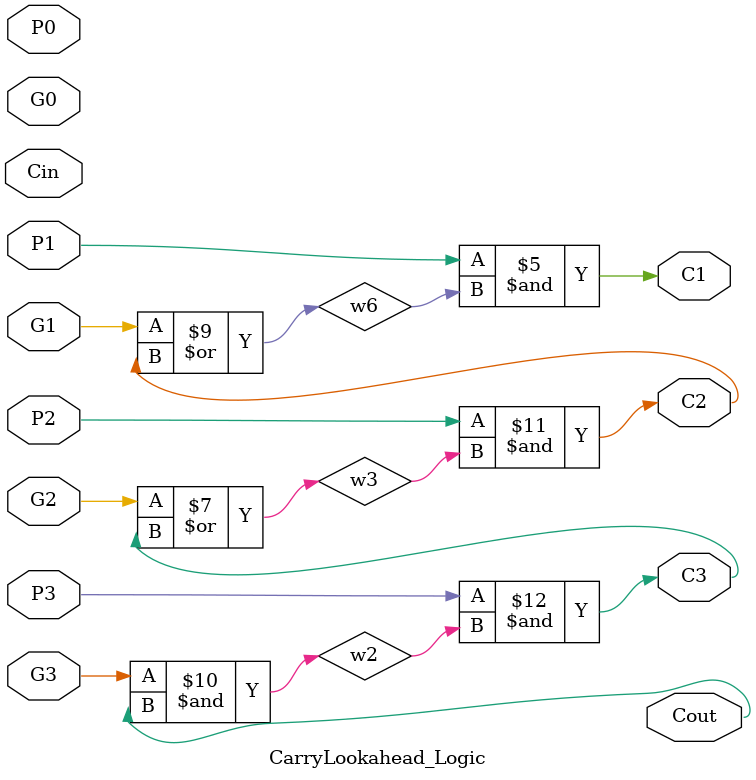
<source format=v>

module CarryLookahead_Logic(C3, P0, Cout, G0, P3, G1, P1, P2, C2, C1, G3, Cin, G2);
//: interface  /sz:(328, 96) /bd:[ Ti0>G0(286/328) Ti1>P0(267/328) Ti2>G1(210/328) Ti3>P1(189/328) Ti4>G2(139/328) Ti5>P2(117/328) Ti6>G3(55/328) Ti7>P3(28/328) Ri0>Cin(46/96) To0<C3(86/328) To1<C2(159/328) To2<C1(228/328) Lo0<Cout(39/96) ]
input G2;    //: /sn:0 {0}(49,313)(536,313)(536,263)(556,263){1}
input P1;    //: /sn:0 {0}(53,230)(304,230)(304,164)(324,164){1}
output C3;    //: /sn:0 /dp:1 {0}(577,261)(584,261)(584,278)(600,278){1}
//: {2}(604,278)(618,278)(618,269)(622,269){3}
//: {4}(602,280)(602,302)(620,302){5}
input G0;    //: /sn:0 {0}(72,169)(250,169)(250,95)(270,95){1}
output C2;    //: /sn:0 /dp:1 {0}(410,168)(423,168)(423,178)(429,178){1}
//: {2}(433,178)(454,178)(454,177)(456,177){3}
//: {4}(431,180)(431,218)(488,218){5}
input Cin;    //: /sn:0 /dp:1 {0}(200,84)(173,84)(173,65)(85,65){1}
input P3;    //: /sn:0 {0}(40,343)(54,343)(54,307)(620,307){1}
input G1;    //: /sn:0 {0}(51,249)(369,249)(369,170)(389,170){1}
output Cout;    //: /sn:0 /dp:1 {0}(712,334)(742,334)(742,333)(758,333){1}
input G3;    //: /sn:0 {0}(30,372)(681,372)(681,336)(691,336){1}
output C1;    //: /sn:0 /dp:1 {0}(291,93)(303,93)(303,119){1}
//: {2}(305,121)(315,121)(315,159)(324,159){3}
//: {4}(303,123)(303,125)(352,125){5}
input P0;    //: /sn:0 /dp:1 {0}(200,89)(165,89)(165,77)(155,77)(155,145)(72,145){1}
input P2;    //: /sn:0 /dp:1 {0}(488,223)(463,223)(463,272)(453,272)(453,284)(50,284){1}
wire w6;    //: /sn:0 {0}(345,162)(379,162)(379,165)(389,165){1}
wire w3;    //: /sn:0 {0}(509,221)(519,221)(519,258)(556,258){1}
wire w2;    //: /sn:0 {0}(641,305)(651,305)(651,319){1}
//: {2}(653,321)(683,321)(683,331)(691,331){3}
//: {4}(649,321)(625,321){5}
wire w5;    //: /sn:0 {0}(221,87)(260,87)(260,90)(270,90){1}
//: enddecls

  and g8 (.I0(C1), .I1(P1), .Z(w6));   //: @(335,162) /sn:0 /delay:" 1" /w:[ 3 1 0 ]
  or g4 (.I0(w5), .I1(G0), .Z(C1));   //: @(281,93) /sn:0 /delay:" 1" /w:[ 1 1 0 ]
  or g16 (.I0(w3), .I1(G2), .Z(C3));   //: @(567,261) /sn:0 /delay:" 1" /w:[ 1 1 0 ]
  and g3 (.I0(Cin), .I1(P0), .Z(w5));   //: @(211,87) /sn:0 /delay:" 1" /w:[ 0 0 0 ]
  //: output g17 (C3) @(619,269) /sn:0 /w:[ 3 ]
  //: input g2 (P0) @(70,145) /sn:0 /w:[ 1 ]
  //: output g23 (Cout) @(755,333) /sn:0 /w:[ 1 ]
  //: joint g24 (w2) @(651, 321) /w:[ 2 1 4 -1 ]
  //: input g1 (G0) @(70,169) /sn:0 /w:[ 0 ]
  //: input g18 (P3) @(38,343) /sn:0 /w:[ 0 ]
  or g10 (.I0(w6), .I1(G1), .Z(C2));   //: @(400,168) /sn:0 /delay:" 1" /w:[ 1 1 0 ]
  //: input g6 (G1) @(49,249) /sn:0 /w:[ 0 ]
  //: joint g9 (C1) @(303, 121) /w:[ 2 1 -1 4 ]
  //: input g7 (P1) @(51,230) /sn:0 /w:[ 0 ]
  and g22 (.I0(w2), .I1(G3), .Z(Cout));   //: @(702,334) /sn:0 /delay:" 1" /w:[ 3 1 0 ]
  //: input g12 (P2) @(48,284) /sn:0 /w:[ 1 ]
  and g14 (.I0(C2), .I1(P2), .Z(w3));   //: @(499,221) /sn:0 /delay:" 1" /w:[ 5 0 0 ]
  //: output g11 (C2) @(453,177) /sn:0 /w:[ 3 ]
  //: output g5 (C1) @(349,125) /sn:0 /w:[ 5 ]
  //: joint g21 (C3) @(602, 278) /w:[ 2 -1 1 4 ]
  //: input g19 (G3) @(28,372) /sn:0 /w:[ 0 ]
  and g20 (.I0(C3), .I1(P3), .Z(w2));   //: @(631,305) /sn:0 /delay:" 1" /w:[ 5 1 0 ]
  //: joint g15 (C2) @(431, 178) /w:[ 2 -1 1 4 ]
  //: input g0 (Cin) @(83,65) /sn:0 /w:[ 1 ]
  //: input g13 (G2) @(47,313) /sn:0 /w:[ 0 ]

endmodule

module PFA_v1(C, B, P, S, A, G);
//: interface  /sz:(126, 115) /bd:[ Ti0>A(21/126) Ti1>B(82/126) Ri0>C(56/115) Bo0<S(99/126) Bo1<P(11/126) Bo2<G(56/126) ]
input B;    //: /sn:0 {0}(144,200)(161,200){1}
//: {2}(165,200)(202,200)(202,177)(210,177){3}
//: {4}(163,202)(163,320){5}
//: {6}(165,322)(231,322){7}
//: {8}(163,324)(163,361)(240,361){9}
input A;    //: /sn:0 {0}(151,147)(178,147){1}
//: {2}(182,147)(202,147)(202,172)(210,172){3}
//: {4}(180,149)(180,317)(188,317){5}
//: {6}(192,317)(231,317){7}
//: {8}(190,319)(190,356)(240,356){9}
output G;    //: /sn:0 /dp:1 {0}(261,359)(337,359)(337,385)(346,385){1}
input C;    //: /sn:0 {0}(149,271)(266,271)(266,186)(276,186){1}
output P;    //: /sn:0 /dp:1 {0}(252,320)(312,320)(312,319)(322,319){1}
output S;    //: /sn:0 /dp:1 {0}(297,184)(394,184)(394,198)(406,198){1}
wire w2;    //: /sn:0 {0}(231,175)(267,175)(267,181)(276,181){1}
//: enddecls

  xor g4 (.I0(w2), .I1(C), .Z(S));   //: @(287,184) /sn:0 /delay:" 2" /w:[ 1 1 0 ]
  //: joint g8 (B) @(163, 200) /w:[ 2 -1 1 4 ]
  xor g3 (.I0(A), .I1(B), .Z(w2));   //: @(221,175) /sn:0 /delay:" 2" /w:[ 3 3 0 ]
  //: input g2 (C) @(147,271) /sn:0 /w:[ 0 ]
  //: input g1 (B) @(142,200) /sn:0 /w:[ 0 ]
  and g10 (.I0(A), .I1(B), .Z(G));   //: @(251,359) /sn:0 /delay:" 1" /w:[ 9 9 0 ]
  or g6 (.I0(A), .I1(B), .Z(P));   //: @(242,320) /sn:0 /delay:" 1" /w:[ 7 7 0 ]
  //: joint g7 (A) @(180, 147) /w:[ 2 -1 1 4 ]
  //: output g9 (P) @(319,319) /sn:0 /w:[ 1 ]
  //: joint g12 (A) @(190, 317) /w:[ 6 -1 5 8 ]
  //: output g5 (S) @(403,198) /sn:0 /w:[ 1 ]
  //: joint g11 (B) @(163, 322) /w:[ 6 5 -1 8 ]
  //: input g0 (A) @(149,147) /sn:0 /w:[ 0 ]
  //: output g13 (G) @(343,385) /sn:0 /w:[ 1 ]

endmodule

module main;    //: root_module
wire w13;    //: /sn:0 {0}(-477,460)(-477,508){1}
//: {2}(-475,510)(-459,510)(-459,497){3}
//: {4}(-477,512)(-477,519)(-487,519)(-487,559){5}
wire w6;    //: /sn:0 {0}(-276,458)(-276,510)(-335,510)(-335,529){1}
//: {2}(-333,531)(-310,531)(-310,543)(-295,543)(-295,533){3}
//: {4}(-335,533)(-335,559){5}
wire w16;    //: /sn:0 {0}(196,256)(196,322){1}
//: {2}(198,324)(228,324)(228,322){3}
//: {4}(196,326)(196,347)(219,347)(219,355){5}
wire w65;    //: /sn:0 {0}(-1391,442)(-1300,442)(-1300,550){1}
wire w58;    //: /sn:0 {0}(-1582,766)(-1582,598)(-1583,598){1}
//: {2}(-1585,596)(-1585,586)(-1591,586)(-1591,553){3}
//: {4}(-1587,598)(-1602,598){5}
wire w7;    //: /sn:0 {0}(-856,599)(-903,599)(-903,603)(-1013,603){1}
//: {2}(-1017,603)(-1053,603)(-1053,605)(-1061,605){3}
//: {4}(-1015,605)(-1015,813)(-1109,813){5}
wire w88;    //: /sn:0 {0}(-2292,877)(-2292,921)(-2272,921)(-2272,911){1}
wire w50;    //: /sn:0 {0}(-1170,665)(-1170,717)(-1229,717)(-1229,736){1}
//: {2}(-1227,738)(-1204,738)(-1204,750)(-1189,750)(-1189,740){3}
//: {4}(-1229,740)(-1229,766){5}
wire w34;    //: /sn:0 {0}(301,355)(301,327)(334,327)(334,196)(326,196){1}
//: {2}(324,194)(324,184)(323,184)(323,173){3}
//: {4}(322,196)(312,196){5}
wire w81;    //: /sn:0 {0}(-2417,976)(-2417,808)(-2418,808){1}
//: {2}(-2420,806)(-2420,796)(-2426,796)(-2426,763){3}
//: {4}(-2422,808)(-2437,808){5}
wire w59;    //: /sn:0 {0}(-1440,766)(-1440,738)(-1407,738)(-1407,607)(-1415,607){1}
//: {2}(-1417,605)(-1417,595)(-1418,595)(-1418,584){3}
//: {4}(-1419,607)(-1429,607){5}
wire w72;    //: /sn:0 {0}(-1719,476)(-1708,476)(-1708,541){1}
wire w62;    //: /sn:0 {0}(-1189,443)(-1106,443)(-1106,548){1}
wire w39;    //: /sn:0 {0}(-411,559)(-411,524)(-343,524)(-343,402){1}
//: {2}(-343,398)(-343,388)(-349,388)(-349,358){3}
//: {4}(-345,400)(-361,400){5}
wire w4;    //: /sn:0 {0}(571,254)(571,306)(512,306)(512,325){1}
//: {2}(514,327)(537,327)(537,339)(552,339)(552,329){3}
//: {4}(512,329)(512,355){5}
wire w25;    //: /sn:0 {0}(552,72)(574,72)(574,137){1}
wire w56;    //: /sn:0 {0}(-1718,658)(-1718,704){1}
//: {2}(-1716,706)(-1692,706)(-1692,699){3}
//: {4}(-1718,708)(-1718,758)(-1695,758)(-1695,766){5}
wire w82;    //: /sn:0 {0}(-2465,868)(-2465,916)(-2449,916)(-2449,906){1}
wire w36;    //: /sn:0 {0}(-215,606)(-121,606)(-121,398){1}
//: {2}(-119,396)(-30,396)(-30,395)(-9,395){3}
//: {4}(-123,396)(-159,396)(-159,398)(-167,398){5}
wire w3;    //: /sn:0 {0}(609,254)(609,287)(607,287)(607,320){1}
//: {2}(609,322)(675,322)(675,356)(691,356)(691,346){3}
//: {4}(607,324)(607,347)(549,347)(549,355){5}
wire w22;    //: /sn:0 {0}(23,247)(23,293){1}
//: {2}(25,295)(49,295)(49,288){3}
//: {4}(23,297)(23,347)(46,347)(46,355){5}
wire w0;    //: /sn:0 /dp:1 {0}(439,289)(439,299)(458,299)(458,256){1}
wire w60;    //: /sn:0 {0}(-1305,766)(-1305,731)(-1237,731)(-1237,609){1}
//: {2}(-1237,605)(-1237,595)(-1243,595)(-1243,565){3}
//: {4}(-1239,607)(-1255,607){5}
wire w20;    //: /sn:0 {0}(372,67)(380,67)(380,139){1}
wire w71;    //: /sn:0 {0}(-1369,478)(-1361,478)(-1361,550){1}
wire w30;    //: /sn:0 {0}(-824,451)(-824,497){1}
//: {2}(-822,499)(-798,499)(-798,492){3}
//: {4}(-824,501)(-824,551)(-801,551)(-801,559){5}
wire w29;    //: /sn:0 {0}(-779,451)(-779,530){1}
//: {2}(-777,532)(-743,532)(-743,518){3}
//: {4}(-779,534)(-779,551)(-748,551)(-748,559){5}
wire w42;    //: /sn:0 {0}(-601,270)(-580,270)(-580,343){1}
wire w37;    //: /sn:0 {0}(-688,559)(-688,391)(-689,391){1}
//: {2}(-691,389)(-691,379)(-697,379)(-697,346){3}
//: {4}(-693,391)(-708,391){5}
wire w73;    //: /sn:0 {0}(-1630,658)(-1630,706)(-1614,706)(-1614,696){1}
wire w66;    //: /sn:0 {0}(-1556,496)(-1535,496)(-1535,550){1}
wire w12;    //: /sn:0 {0}(-432,460)(-432,503)(-446,503)(-446,538){1}
//: {2}(-444,540)(-438,540)(-438,553)(-423,553)(-423,543){3}
//: {4}(-446,542)(-446,559){5}
wire w18;    //: /sn:0 {0}(185,85)(206,85)(206,139){1}
wire w19;    //: /sn:0 {0}(246,66)(267,66)(267,139){1}
wire w63;    //: /sn:0 {0}(-1302,700)(-1302,710)(-1283,710)(-1283,667){1}
wire w10;    //: /sn:0 {0}(370,256)(370,304){1}
//: {2}(372,306)(388,306)(388,293){3}
//: {4}(370,308)(370,315)(360,315)(360,355){5}
wire w23;    //: /sn:0 {0}(111,247)(111,295)(127,295)(127,285){1}
wire w91;    //: /sn:0 {0}(-1967,875)(-1967,908)(-1969,908)(-1969,941){1}
//: {2}(-1967,943)(-1901,943)(-1901,977)(-1885,977)(-1885,967){3}
//: {4}(-1969,945)(-1969,968)(-2027,968)(-2027,976){5}
wire w84;    //: /sn:0 {0}(-2391,706)(-2370,706)(-2370,760){1}
wire w70;    //: /sn:0 {0}(-1678,393)(-1666,393)(-1666,438)(-1647,438)(-1647,541){1}
wire w54;    //: /sn:0 {0}(-1545,667)(-1545,733){1}
//: {2}(-1543,735)(-1513,735)(-1513,733){3}
//: {4}(-1545,737)(-1545,758)(-1522,758)(-1522,766){5}
wire w86;    //: /sn:0 {0}(-2330,687)(-2309,687)(-2309,760){1}
wire w21;    //: /sn:0 {0}(68,247)(68,326){1}
//: {2}(70,328)(104,328)(104,314){3}
//: {4}(68,330)(68,347)(99,347)(99,355){5}
wire w24;    //: /sn:0 {0}(350,31)(441,31)(441,139){1}
wire w31;    //: /sn:0 {0}(-1132,665)(-1132,698)(-1134,698)(-1134,731){1}
//: {2}(-1132,733)(-1066,733)(-1066,767)(-1050,767)(-1050,757){3}
//: {4}(-1134,735)(-1134,758)(-1192,758)(-1192,766){5}
wire w1;    //: /sn:0 /dp:1 {0}(639,295)(639,305)(652,305)(652,254){1}
wire w68;    //: /sn:0 {0}(-1457,667)(-1457,711)(-1437,711)(-1437,701){1}
wire w32;    //: /sn:0 {0}(632,402)(726,402)(726,194){1}
//: {2}(728,192)(785,192)(785,146)(773,146){3}
//: {4}(724,192)(688,192)(688,194)(680,194){5}
wire w53;    //: /sn:0 {0}(-1500,667)(-1500,708){1}
//: {2}(-1498,710)(-1484,710)(-1484,717)(-1469,717)(-1469,707){3}
//: {4}(-1500,712)(-1500,740)(-1479,740)(-1479,766){5}
wire w46;    //: /sn:0 {0}(-497,235)(-406,235)(-406,343){1}
wire w8;    //: /sn:0 {0}(22,65)(33,65)(33,130){1}
wire w95;    //: /sn:0 {0}(-2024,693)(-2002,693)(-2002,758){1}
wire w89;    //: /sn:0 {0}(-2335,877)(-2335,918){1}
//: {2}(-2333,920)(-2319,920)(-2319,927)(-2304,927)(-2304,917){3}
//: {4}(-2335,922)(-2335,950)(-2314,950)(-2314,976){5}
wire w52;    //: /sn:0 {0}(-1371,667)(-1371,715){1}
//: {2}(-1369,717)(-1353,717)(-1353,704){3}
//: {4}(-1371,719)(-1371,726)(-1381,726)(-1381,766){5}
wire w75;    //: /sn:0 {0}(-2226,652)(-2135,652)(-2135,760){1}
wire w44;    //: /sn:0 {0}(-408,493)(-408,503)(-389,503)(-389,460){1}
wire w27;    //: /sn:0 {0}(-606,460)(-606,501){1}
//: {2}(-604,503)(-590,503)(-590,510)(-575,510)(-575,500){3}
//: {4}(-606,505)(-606,533)(-585,533)(-585,559){5}
wire w17;    //: /sn:0 {0}(284,256)(284,300)(304,300)(304,290){1}
wire w80;    //: /sn:0 {0}(-2513,603)(-2501,603)(-2501,648)(-2482,648)(-2482,751){1}
wire w67;    //: /sn:0 {0}(-1495,477)(-1474,477)(-1474,550){1}
wire w28;    //: /sn:0 {0}(-651,460)(-651,526){1}
//: {2}(-649,528)(-619,528)(-619,526){3}
//: {4}(-651,530)(-651,551)(-628,551)(-628,559){5}
wire w33;    //: /sn:0 {0}(436,355)(436,320)(504,320)(504,198){1}
//: {2}(504,194)(504,184)(498,184)(498,154){3}
//: {4}(502,196)(486,196){5}
wire w35;    //: /sn:0 {0}(159,355)(159,187)(158,187){1}
//: {2}(156,185)(156,175)(150,175)(150,142){3}
//: {4}(154,187)(139,187){5}
wire w69;    //: /sn:0 {0}(-1102,706)(-1102,716)(-1089,716)(-1089,665){1}
wire w49;    //: /sn:0 {0}(-295,236)(-212,236)(-212,341){1}
wire w45;    //: /sn:0 {0}(-475,271)(-467,271)(-467,343){1}
wire w14;    //: /sn:0 {0}(75,27)(94,27)(94,130){1}
wire w78;    //: /sn:0 {0}(-2005,875)(-2005,927)(-2064,927)(-2064,946){1}
//: {2}(-2062,948)(-2039,948)(-2039,960)(-2024,960)(-2024,950){3}
//: {4}(-2064,950)(-2064,976){5}
wire w74;    //: /sn:0 {0}(-2140,976)(-2140,941)(-2072,941)(-2072,819){1}
//: {2}(-2072,815)(-2072,805)(-2078,805)(-2078,775){3}
//: {4}(-2074,817)(-2090,817){5}
wire w2;    //: /sn:0 {0}(-784,186)(-772,186)(-772,231)(-753,231)(-753,334){1}
wire w48;    //: /sn:0 {0}(-295,276)(-273,276)(-273,341){1}
wire w41;    //: /sn:0 {0}(-662,289)(-641,289)(-641,343){1}
wire w11;    //: /sn:0 {0}(-825,269)(-814,269)(-814,334){1}
wire w47;    //: /sn:0 {0}(-208,499)(-208,509)(-195,509)(-195,458){1}
wire w90;    //: /sn:0 {0}(-2204,688)(-2196,688)(-2196,760){1}
wire w85;    //: /sn:0 {0}(-2206,877)(-2206,925){1}
//: {2}(-2204,927)(-2188,927)(-2188,914){3}
//: {4}(-2206,929)(-2206,936)(-2216,936)(-2216,976){5}
wire w83;    //: /sn:0 {0}(-2508,868)(-2508,947){1}
//: {2}(-2506,949)(-2472,949)(-2472,935){3}
//: {4}(-2508,951)(-2508,968)(-2477,968)(-2477,976){5}
wire w15;    //: /sn:0 {0}(241,256)(241,297){1}
//: {2}(243,299)(257,299)(257,306)(272,306)(272,296){3}
//: {4}(241,301)(241,329)(262,329)(262,355){5}
wire w94;    //: /sn:0 {0}(-2618,1006)(-2618,1016)(-2585,1016){1}
wire w92;    //: /sn:0 {0}(-2161,877)(-2161,920)(-2175,920)(-2175,955){1}
//: {2}(-2173,957)(-2167,957)(-2167,970)(-2152,970)(-2152,960){3}
//: {4}(-2175,959)(-2175,976){5}
wire w61;    //: /sn:0 {0}(-1750,806)(-1760,806)(-1760,813)(-1848,813){1}
//: {2}(-1852,813)(-1888,813)(-1888,815)(-1896,815){3}
//: {4}(-1850,815)(-1850,1023)(-1944,1023){5}
wire w55;    //: /sn:0 {0}(-1673,658)(-1673,737){1}
//: {2}(-1671,739)(-1637,739)(-1637,725){3}
//: {4}(-1673,741)(-1673,758)(-1642,758)(-1642,766){5}
wire w38;    //: /sn:0 {0}(-546,559)(-546,531)(-513,531)(-513,400)(-521,400){1}
//: {2}(-523,398)(-523,388)(-524,388)(-524,377){3}
//: {4}(-525,400)(-535,400){5}
wire w5;    //: /sn:0 {0}(-238,458)(-238,491)(-240,491)(-240,524){1}
//: {2}(-238,526)(-172,526)(-172,560)(-156,560)(-156,550){3}
//: {4}(-240,528)(-240,551)(-298,551)(-298,559){5}
wire w87;    //: /sn:0 {0}(-2275,976)(-2275,948)(-2242,948)(-2242,817)(-2250,817){1}
//: {2}(-2252,815)(-2252,805)(-2253,805)(-2253,794){3}
//: {4}(-2254,817)(-2264,817){5}
wire w64;    //: /sn:0 {0}(-1189,483)(-1167,483)(-1167,548){1}
wire w43;    //: /sn:0 {0}(-563,460)(-563,504)(-543,504)(-543,494){1}
wire w97;    //: /sn:0 {0}(-2137,910)(-2137,920)(-2118,920)(-2118,877){1}
wire w96;    //: /sn:0 {0}(-1937,916)(-1937,926)(-1924,926)(-1924,875){1}
wire w76;    //: /sn:0 {0}(-2380,877)(-2380,943){1}
//: {2}(-2378,945)(-2348,945)(-2348,943){3}
//: {4}(-2380,947)(-2380,968)(-2357,968)(-2357,976){5}
wire w9;    //: /sn:0 {0}(415,256)(415,299)(401,299)(401,334){1}
//: {2}(403,336)(409,336)(409,349)(424,349)(424,339){3}
//: {4}(401,338)(401,355){5}
wire w26;    //: /sn:0 {0}(552,32)(635,32)(635,137){1}
wire w79;    //: /sn:0 {0}(-2554,686)(-2543,686)(-2543,751){1}
wire w77;    //: /sn:0 {0}(-2024,653)(-1941,653)(-1941,758){1}
wire w57;    //: /sn:0 {0}(-2553,868)(-2553,914){1}
//: {2}(-2551,916)(-2527,916)(-2527,909){3}
//: {4}(-2553,918)(-2553,968)(-2530,968)(-2530,976){5}
wire w51;    //: /sn:0 {0}(-1326,667)(-1326,710)(-1340,710)(-1340,745){1}
//: {2}(-1338,747)(-1332,747)(-1332,760)(-1317,760)(-1317,750){3}
//: {4}(-1340,749)(-1340,766){5}
wire w40;    //: /sn:0 {0}(-736,451)(-736,499)(-720,499)(-720,489){1}
//: enddecls

  //: switch g8 (w8) @(5,65) /sn:0 /w:[ 0 ] /st:0
  CarryLookahead_Logic g4 (.G0(w3), .P0(w4), .G1(w9), .P1(w10), .G2(w15), .P2(w16), .G3(w21), .P3(w22), .Cin(w32), .C3(w35), .C2(w34), .C1(w33), .Cout(w36));   //: @(-8, 356) /sz:(639, 96) /sn:0 /p:[ Ti0>5 Ti1>5 Ti2>5 Ti3>5 Ti4>5 Ti5>5 Ti6>5 Ti7>5 Ri0>0 To0<0 To1<0 To2<0 Lo0<3 ]
  led g116 (.I(w60));   //: @(-1243,558) /sn:0 /w:[ 3 ] /type:0
  //: switch g157 (w95) @(-2041,693) /sn:0 /w:[ 0 ] /st:1
  //: joint g17 (w33) @(504, 196) /w:[ -1 2 4 1 ]
  //: joint g137 (w81) @(-2420, 808) /w:[ 1 2 4 -1 ]
  led g30 (.I(w9));   //: @(424,332) /sn:0 /w:[ 3 ] /type:0
  //: joint g74 (w38) @(-523, 400) /w:[ 1 2 4 -1 ]
  led g92 (.I(w54));   //: @(-1513,726) /sn:0 /w:[ 3 ] /type:0
  PFA_v1 g130 (.A(w79), .B(w80), .C(w81), .S(w82), .P(w57), .G(w83));   //: @(-2564, 752) /sz:(126, 115) /sn:0 /p:[ Ti0>1 Ti1>1 Ri0>5 Bo0<0 Bo1<0 Bo2<0 ]
  PFA_v1 g1 (.A(w20), .B(w24), .C(w33), .S(w0), .P(w10), .G(w9));   //: @(359, 140) /sz:(126, 115) /sn:0 /p:[ Ti0>1 Ti1>1 Ri0>5 Bo0<1 Bo1<0 Bo2<0 ]
  //: switch g77 (w49) @(-312,236) /sn:0 /w:[ 0 ] /st:0
  PFA_v1 g111 (.A(w72), .B(w70), .C(w58), .S(w73), .P(w56), .G(w55));   //: @(-1729, 542) /sz:(126, 115) /sn:0 /p:[ Ti0>1 Ti1>1 Ri0>5 Bo0<0 Bo1<0 Bo2<0 ]
  //: joint g144 (w83) @(-2508, 949) /w:[ 2 1 -1 4 ]
  led g51 (.I(w44));   //: @(-408,486) /sn:0 /w:[ 0 ] /type:0
  //: joint g161 (w91) @(-1969, 943) /w:[ 2 1 -1 4 ]
  //: switch g70 (w48) @(-312,276) /sn:0 /w:[ 0 ] /st:1
  led g149 (.I(w88));   //: @(-2272,904) /sn:0 /w:[ 1 ] /type:0
  led g25 (.I(w1));   //: @(639,288) /sn:0 /w:[ 0 ] /type:0
  //: switch g10 (w18) @(168,85) /sn:0 /w:[ 0 ] /st:0
  //: joint g65 (w30) @(-824, 499) /w:[ 2 1 -1 4 ]
  //: joint g103 (w60) @(-1237, 607) /w:[ -1 2 4 1 ]
  led g64 (.I(w28));   //: @(-619,519) /sn:0 /w:[ 3 ] /type:0
  PFA_v1 g49 (.A(w41), .B(w42), .C(w38), .S(w43), .P(w28), .G(w27));   //: @(-662, 344) /sz:(126, 115) /sn:0 /p:[ Ti0>1 Ti1>1 Ri0>5 Bo0<0 Bo1<0 Bo2<0 ]
  led g72 (.I(w58));   //: @(-1591,546) /sn:0 /w:[ 3 ] /type:0
  CarryLookahead_Logic g142 (.G0(w91), .P0(w78), .G1(w92), .P1(w85), .G2(w89), .P2(w76), .G3(w83), .P3(w57), .Cin(w61), .C3(w81), .C2(w87), .C1(w74), .Cout(w94));   //: @(-2584, 977) /sz:(639, 96) /sn:0 /p:[ Ti0>5 Ti1>5 Ti2>5 Ti3>5 Ti4>5 Ti5>5 Ti6>5 Ti7>5 Ri0>5 To0<0 To1<0 To2<0 Lo0<1 ]
  led g136 (.I(w81));   //: @(-2426,756) /sn:0 /w:[ 3 ] /type:0
  //: joint g6 (w32) @(726, 192) /w:[ 2 -1 4 1 ]
  //: joint g35 (w15) @(241, 299) /w:[ 2 1 -1 4 ]
  led g56 (.I(w47));   //: @(-208,492) /sn:0 /w:[ 0 ] /type:0
  //: joint g58 (w36) @(-121, 396) /w:[ 2 -1 4 1 ]
  //: switch g7 (w2) @(-801,186) /sn:0 /w:[ 0 ] /st:0
  led g124 (.I(w57));   //: @(-2527,902) /sn:0 /w:[ 3 ] /type:0
  //: joint g98 (w58) @(-1585, 598) /w:[ 1 2 4 -1 ]
  //: switch g67 (w45) @(-492,271) /sn:0 /w:[ 0 ] /st:1
  //: joint g85 (w59) @(-1417, 607) /w:[ 1 2 4 -1 ]
  led g126 (.I(w76));   //: @(-2348,936) /sn:0 /w:[ 3 ] /type:0
  //: joint g33 (w10) @(370, 306) /w:[ 2 1 -1 4 ]
  //: joint g54 (w6) @(-335, 531) /w:[ 2 1 -1 4 ]
  led g40 (.I(w22));   //: @(49,281) /sn:0 /w:[ 3 ] /type:0
  //: joint g52 (w29) @(-779, 532) /w:[ 2 1 -1 4 ]
  //: joint g81 (w28) @(-651, 528) /w:[ 2 1 -1 4 ]
  PFA_v1 g163 (.A(w90), .B(w75), .C(w74), .S(w97), .P(w85), .G(w92));   //: @(-2217, 761) /sz:(126, 115) /sn:0 /p:[ Ti0>1 Ti1>1 Ri0>5 Bo0<1 Bo1<0 Bo2<0 ]
  //: joint g132 (w74) @(-2072, 817) /w:[ -1 2 4 1 ]
  //: switch g12 (w20) @(355,67) /sn:0 /w:[ 0 ] /st:1
  //: joint g108 (w54) @(-1545, 735) /w:[ 2 1 -1 4 ]
  led g131 (.I(w85));   //: @(-2188,907) /sn:0 /w:[ 3 ] /type:0
  //: joint g106 (w55) @(-1673, 739) /w:[ 2 1 -1 4 ]
  //: joint g96 (w7) @(-1015, 603) /w:[ 1 -1 2 4 ]
  //: joint g19 (w34) @(324, 196) /w:[ 1 2 4 -1 ]
  PFA_v1 g114 (.A(w64), .B(w62), .C(w7), .S(w69), .P(w50), .G(w31));   //: @(-1188, 549) /sz:(126, 115) /sn:0 /p:[ Ti0>1 Ti1>1 Ri0>3 Bo0<1 Bo1<0 Bo2<0 ]
  led g117 (.I(w68));   //: @(-1437,694) /sn:0 /w:[ 1 ] /type:0
  led g78 (.I(w29));   //: @(-743,511) /sn:0 /w:[ 3 ] /type:0
  //: joint g125 (w57) @(-2553, 916) /w:[ 2 1 -1 4 ]
  //: switch g155 (w79) @(-2571,686) /sn:0 /w:[ 0 ] /st:0
  //: joint g63 (w13) @(-477, 510) /w:[ 2 1 -1 4 ]
  led g93 (.I(w51));   //: @(-1317,743) /sn:0 /w:[ 3 ] /type:0
  //: switch g105 (w72) @(-1736,476) /sn:0 /w:[ 0 ] /st:0
  led g113 (.I(w55));   //: @(-1637,718) /sn:0 /w:[ 3 ] /type:0
  PFA_v1 g0 (.A(w25), .B(w26), .C(w32), .S(w1), .P(w4), .G(w3));   //: @(553, 138) /sz:(126, 115) /sn:0 /p:[ Ti0>1 Ti1>1 Ri0>5 Bo0<1 Bo1<0 Bo2<0 ]
  led g38 (.I(w21));   //: @(104,307) /sn:0 /w:[ 3 ] /type:0
  led g43 (.I(w39));   //: @(-349,351) /sn:0 /w:[ 3 ] /type:0
  //: switch g101 (w67) @(-1512,477) /sn:0 /w:[ 0 ] /st:1
  led g48 (.I(w43));   //: @(-543,487) /sn:0 /w:[ 1 ] /type:0
  //: joint g37 (w16) @(196, 324) /w:[ 2 1 -1 4 ]
  //: joint g80 (w5) @(-240, 526) /w:[ 2 1 -1 4 ]
  led g95 (.I(w69));   //: @(-1102,699) /sn:0 /w:[ 0 ] /type:0
  //: joint g120 (w31) @(-1134, 733) /w:[ 2 1 -1 4 ]
  PFA_v1 g122 (.A(w71), .B(w65), .C(w60), .S(w63), .P(w52), .G(w51));   //: @(-1382, 551) /sz:(126, 115) /sn:0 /p:[ Ti0>1 Ti1>1 Ri0>5 Bo0<1 Bo1<0 Bo2<0 ]
  led g76 (.I(w13));   //: @(-459,490) /sn:0 /w:[ 3 ] /type:0
  led g152 (.I(w92));   //: @(-2152,953) /sn:0 /w:[ 3 ] /type:0
  CarryLookahead_Logic g44 (.G0(w5), .P0(w6), .G1(w12), .P1(w13), .G2(w27), .P2(w28), .G3(w29), .P3(w30), .Cin(w36), .C3(w37), .C2(w38), .C1(w39), .Cout(w7));   //: @(-855, 560) /sz:(639, 96) /sn:0 /p:[ Ti0>5 Ti1>5 Ti2>5 Ti3>5 Ti4>5 Ti5>5 Ti6>5 Ti7>5 Ri0>0 To0<0 To1<0 To2<0 Lo0<0 ]
  led g75 (.I(w37));   //: @(-697,339) /sn:0 /w:[ 3 ] /type:0
  led g159 (.I(w97));   //: @(-2137,903) /sn:0 /w:[ 0 ] /type:0
  led g16 (.I(w33));   //: @(498,147) /sn:0 /w:[ 3 ] /type:0
  PFA_v1 g3 (.A(w8), .B(w14), .C(w35), .S(w23), .P(w22), .G(w21));   //: @(12, 131) /sz:(126, 115) /sn:0 /p:[ Ti0>1 Ti1>1 Ri0>5 Bo0<0 Bo1<0 Bo2<0 ]
  led g47 (.I(w5));   //: @(-156,543) /sn:0 /w:[ 3 ] /type:0
  //: joint g143 (w76) @(-2380, 945) /w:[ 2 1 -1 4 ]
  led g26 (.I(w3));   //: @(691,339) /sn:0 /w:[ 3 ] /type:0
  //: switch g90 (w65) @(-1408,442) /sn:0 /w:[ 0 ] /st:0
  led g109 (.I(w56));   //: @(-1692,692) /sn:0 /w:[ 3 ] /type:0
  //: switch g158 (w86) @(-2347,687) /sn:0 /w:[ 0 ] /st:1
  PFA_v1 g2 (.A(w18), .B(w19), .C(w34), .S(w17), .P(w16), .G(w15));   //: @(185, 140) /sz:(126, 115) /sn:0 /p:[ Ti0>1 Ti1>1 Ri0>5 Bo0<0 Bo1<0 Bo2<0 ]
  //: joint g128 (w78) @(-2064, 948) /w:[ 2 1 -1 4 ]
  led g23 (.I(w17));   //: @(304,283) /sn:0 /w:[ 1 ] /type:0
  //: joint g91 (w56) @(-1718, 706) /w:[ 2 1 -1 4 ]
  //: switch g141 (w80) @(-2530,603) /sn:0 /w:[ 0 ] /st:0
  led g24 (.I(w0));   //: @(439,282) /sn:0 /w:[ 0 ] /type:0
  //: joint g39 (w21) @(68, 328) /w:[ 2 1 -1 4 ]
  //: switch g86 (w62) @(-1206,443) /sn:0 /w:[ 0 ] /st:0
  //: joint g104 (w50) @(-1229, 738) /w:[ 2 1 -1 4 ]
  //: switch g127 (w77) @(-2041,653) /sn:0 /w:[ 0 ] /st:0
  //: joint g29 (w4) @(512, 327) /w:[ 2 1 -1 4 ]
  //: joint g60 (w27) @(-606, 503) /w:[ 2 1 -1 4 ]
  //: switch g110 (w66) @(-1573,496) /sn:0 /w:[ 0 ] /st:0
  led g121 (.I(w52));   //: @(-1353,697) /sn:0 /w:[ 3 ] /type:0
  led g18 (.I(w34));   //: @(323,166) /sn:0 /w:[ 3 ] /type:0
  //: switch g82 (w46) @(-514,235) /sn:0 /w:[ 0 ] /st:0
  PFA_v1 g94 (.A(w66), .B(w67), .C(w59), .S(w68), .P(w54), .G(w53));   //: @(-1556, 551) /sz:(126, 115) /sn:0 /p:[ Ti0>1 Ti1>1 Ri0>5 Bo0<0 Bo1<0 Bo2<0 ]
  led g119 (.I(w59));   //: @(-1418,577) /sn:0 /w:[ 3 ] /type:0
  led g154 (.I(w94));   //: @(-2618,999) /sn:0 /w:[ 0 ] /type:0
  led g107 (.I(w53));   //: @(-1469,700) /sn:0 /w:[ 3 ] /type:0
  led g50 (.I(w12));   //: @(-423,536) /sn:0 /w:[ 3 ] /type:0
  PFA_v1 g133 (.A(w84), .B(w86), .C(w87), .S(w88), .P(w76), .G(w89));   //: @(-2391, 761) /sz:(126, 115) /sn:0 /p:[ Ti0>1 Ti1>1 Ri0>5 Bo0<0 Bo1<0 Bo2<0 ]
  //: switch g9 (w14) @(58,27) /sn:0 /w:[ 0 ] /st:0
  led g68 (.I(w6));   //: @(-295,526) /sn:0 /w:[ 3 ] /type:0
  //: joint g73 (w37) @(-691, 391) /w:[ 1 2 4 -1 ]
  led g22 (.I(w23));   //: @(127,278) /sn:0 /w:[ 1 ] /type:0
  //: joint g31 (w9) @(401, 336) /w:[ 2 1 -1 4 ]
  //: switch g71 (w42) @(-618,270) /sn:0 /w:[ 0 ] /st:1
  //: switch g102 (w71) @(-1386,478) /sn:0 /w:[ 0 ] /st:1
  led g59 (.I(w74));   //: @(-2078,768) /sn:0 /w:[ 3 ] /type:0
  //: joint g87 (w53) @(-1500, 710) /w:[ 2 1 -1 4 ]
  CarryLookahead_Logic g83 (.G0(w31), .P0(w50), .G1(w51), .P1(w52), .G2(w53), .P2(w54), .G3(w55), .P3(w56), .Cin(w7), .C3(w58), .C2(w59), .C1(w60), .Cout(w61));   //: @(-1749, 767) /sz:(639, 96) /sn:0 /p:[ Ti0>5 Ti1>5 Ti2>5 Ti3>5 Ti4>5 Ti5>5 Ti6>5 Ti7>5 Ri0>5 To0<0 To1<0 To2<0 Lo0<0 ]
  //: switch g99 (w70) @(-1695,393) /sn:0 /w:[ 0 ] /st:0
  led g36 (.I(w16));   //: @(228,315) /sn:0 /w:[ 3 ] /type:0
  //: joint g41 (w22) @(23, 295) /w:[ 2 1 -1 4 ]
  //: joint g45 (w39) @(-343, 400) /w:[ -1 2 4 1 ]
  led g156 (.I(w83));   //: @(-2472,928) /sn:0 /w:[ 3 ] /type:0
  //: switch g138 (w90) @(-2221,688) /sn:0 /w:[ 0 ] /st:1
  //: switch g42 (w11) @(-842,269) /sn:0 /w:[ 0 ] /st:0
  led g69 (.I(w27));   //: @(-575,493) /sn:0 /w:[ 3 ] /type:0
  //: joint g151 (w85) @(-2206, 927) /w:[ 2 1 -1 4 ]
  led g66 (.I(w30));   //: @(-798,485) /sn:0 /w:[ 3 ] /type:0
  led g153 (.I(w78));   //: @(-2024,943) /sn:0 /w:[ 3 ] /type:0
  //: joint g146 (w92) @(-2175, 957) /w:[ 2 1 -1 4 ]
  led g28 (.I(w4));   //: @(552,322) /sn:0 /w:[ 3 ] /type:0
  led g34 (.I(w15));   //: @(272,289) /sn:0 /w:[ 3 ] /type:0
  PFA_v1 g46 (.A(w11), .B(w2), .C(w37), .S(w40), .P(w30), .G(w29));   //: @(-835, 335) /sz:(126, 115) /sn:0 /p:[ Ti0>1 Ti1>1 Ri0>5 Bo0<0 Bo1<0 Bo2<0 ]
  //: switch g57 (w41) @(-679,289) /sn:0 /w:[ 0 ] /st:0
  PFA_v1 g150 (.A(w95), .B(w77), .C(w61), .S(w96), .P(w78), .G(w91));   //: @(-2023, 759) /sz:(126, 115) /sn:0 /p:[ Ti0>1 Ti1>1 Ri0>3 Bo0<1 Bo1<0 Bo2<0 ]
  //: switch g14 (w25) @(535,72) /sn:0 /w:[ 0 ] /st:1
  //: switch g11 (w19) @(229,66) /sn:0 /w:[ 0 ] /st:1
  //: switch g5 (w32) @(756,146) /sn:0 /w:[ 3 ] /st:0
  led g84 (.I(w31));   //: @(-1050,750) /sn:0 /w:[ 3 ] /type:0
  //: joint g118 (w51) @(-1340, 747) /w:[ 2 1 -1 4 ]
  led g112 (.I(w73));   //: @(-1614,689) /sn:0 /w:[ 1 ] /type:0
  //: joint g21 (w35) @(156, 187) /w:[ 1 2 4 -1 ]
  led g61 (.I(w40));   //: @(-720,482) /sn:0 /w:[ 1 ] /type:0
  //: switch g123 (w75) @(-2243,652) /sn:0 /w:[ 0 ] /st:0
  led g20 (.I(w35));   //: @(150,135) /sn:0 /w:[ 3 ] /type:0
  led g32 (.I(w10));   //: @(388,286) /sn:0 /w:[ 3 ] /type:0
  PFA_v1 g79 (.A(w48), .B(w49), .C(w36), .S(w47), .P(w6), .G(w5));   //: @(-294, 342) /sz:(126, 115) /sn:0 /p:[ Ti0>1 Ti1>1 Ri0>5 Bo0<1 Bo1<0 Bo2<0 ]
  //: joint g115 (w52) @(-1371, 717) /w:[ 2 1 -1 4 ]
  led g145 (.I(w91));   //: @(-1885,960) /sn:0 /w:[ 3 ] /type:0
  led g134 (.I(w87));   //: @(-2253,787) /sn:0 /w:[ 3 ] /type:0
  led g97 (.I(w50));   //: @(-1189,733) /sn:0 /w:[ 3 ] /type:0
  led g148 (.I(w82));   //: @(-2449,899) /sn:0 /w:[ 1 ] /type:0
  //: switch g129 (w84) @(-2408,706) /sn:0 /w:[ 0 ] /st:0
  //: switch g15 (w26) @(535,32) /sn:0 /w:[ 0 ] /st:0
  //: switch g89 (w64) @(-1206,483) /sn:0 /w:[ 0 ] /st:1
  //: joint g147 (w61) @(-1850, 813) /w:[ 1 -1 2 4 ]
  //: joint g27 (w3) @(607, 322) /w:[ 2 1 -1 4 ]
  led g160 (.I(w96));   //: @(-1937,909) /sn:0 /w:[ 0 ] /type:0
  //: joint g62 (w12) @(-446, 540) /w:[ 2 1 -1 4 ]
  led g55 (.I(w38));   //: @(-524,370) /sn:0 /w:[ 3 ] /type:0
  led g88 (.I(w63));   //: @(-1302,693) /sn:0 /w:[ 0 ] /type:0
  //: joint g140 (w89) @(-2335, 920) /w:[ 2 1 -1 4 ]
  //: joint g139 (w87) @(-2252, 817) /w:[ 1 2 4 -1 ]
  led g135 (.I(w89));   //: @(-2304,910) /sn:0 /w:[ 3 ] /type:0
  //: switch g13 (w24) @(333,31) /sn:0 /w:[ 0 ] /st:0
  PFA_v1 g53 (.A(w45), .B(w46), .C(w39), .S(w44), .P(w13), .G(w12));   //: @(-488, 344) /sz:(126, 115) /sn:0 /p:[ Ti0>1 Ti1>1 Ri0>5 Bo0<1 Bo1<0 Bo2<0 ]

endmodule

</source>
